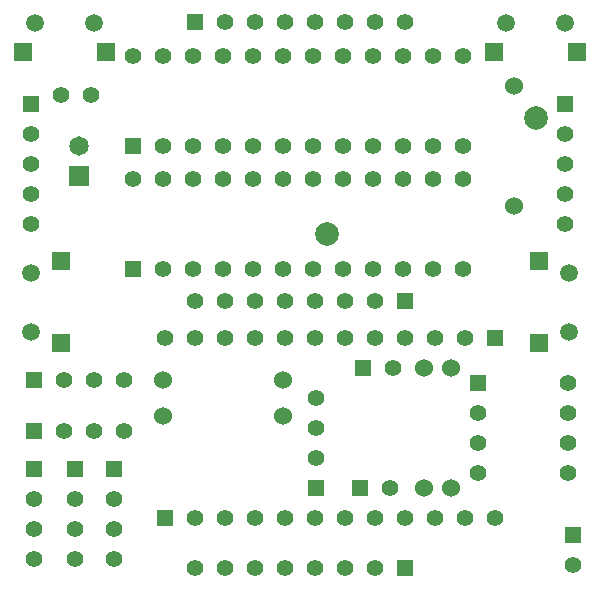
<source format=gbs>
G04 (created by PCBNEW (2013-07-07 BZR 4022)-stable) date 01/06/2014 18:16:58*
%MOIN*%
G04 Gerber Fmt 3.4, Leading zero omitted, Abs format*
%FSLAX34Y34*%
G01*
G70*
G90*
G04 APERTURE LIST*
%ADD10C,0.00590551*%
%ADD11R,0.055X0.055*%
%ADD12C,0.055*%
%ADD13C,0.06*%
%ADD14R,0.065X0.065*%
%ADD15C,0.065*%
%ADD16C,0.0590551*%
%ADD17R,0.0590551X0.0590551*%
%ADD18C,0.0787402*%
G04 APERTURE END LIST*
G54D10*
G54D11*
X78750Y-29450D03*
G54D12*
X79750Y-29450D03*
X80750Y-29450D03*
X81750Y-29450D03*
X82750Y-29450D03*
X83750Y-29450D03*
X84750Y-29450D03*
X85750Y-29450D03*
G54D11*
X85750Y-47650D03*
G54D12*
X84750Y-47650D03*
X83750Y-47650D03*
X82750Y-47650D03*
X81750Y-47650D03*
X80750Y-47650D03*
X79750Y-47650D03*
X78750Y-47650D03*
G54D13*
X89400Y-31600D03*
X89400Y-35600D03*
X81700Y-42600D03*
X77700Y-42600D03*
G54D11*
X76700Y-33600D03*
G54D12*
X77700Y-33600D03*
X78700Y-33600D03*
X79700Y-33600D03*
X80700Y-33600D03*
X81700Y-33600D03*
X82700Y-33600D03*
X83700Y-33600D03*
X84700Y-33600D03*
X85700Y-33600D03*
X86700Y-33600D03*
X87700Y-33600D03*
X87700Y-30600D03*
X86700Y-30600D03*
X85700Y-30600D03*
X84700Y-30600D03*
X83700Y-30600D03*
X82700Y-30600D03*
X81700Y-30600D03*
X80700Y-30600D03*
X79700Y-30600D03*
X78700Y-30600D03*
X77700Y-30600D03*
X76700Y-30600D03*
G54D14*
X74900Y-34600D03*
G54D15*
X74900Y-33600D03*
G54D12*
X74300Y-31900D03*
X75300Y-31900D03*
G54D11*
X85750Y-38750D03*
G54D12*
X84750Y-38750D03*
X83750Y-38750D03*
X82750Y-38750D03*
X81750Y-38750D03*
X80750Y-38750D03*
X79750Y-38750D03*
X78750Y-38750D03*
G54D11*
X77750Y-46000D03*
G54D12*
X78750Y-46000D03*
X79750Y-46000D03*
X80750Y-46000D03*
X81750Y-46000D03*
X82750Y-46000D03*
X83750Y-46000D03*
X84750Y-46000D03*
X85750Y-46000D03*
X86750Y-46000D03*
X87750Y-46000D03*
X88750Y-46000D03*
G54D11*
X88750Y-40000D03*
G54D12*
X87750Y-40000D03*
X86750Y-40000D03*
X85750Y-40000D03*
X84750Y-40000D03*
X83750Y-40000D03*
X82750Y-40000D03*
X81750Y-40000D03*
X80750Y-40000D03*
X79750Y-40000D03*
X78750Y-40000D03*
X77750Y-40000D03*
G54D11*
X76700Y-37700D03*
G54D12*
X77700Y-37700D03*
X78700Y-37700D03*
X79700Y-37700D03*
X80700Y-37700D03*
X81700Y-37700D03*
X82700Y-37700D03*
X83700Y-37700D03*
X84700Y-37700D03*
X85700Y-37700D03*
X86700Y-37700D03*
X87700Y-37700D03*
X87700Y-34700D03*
X86700Y-34700D03*
X85700Y-34700D03*
X84700Y-34700D03*
X83700Y-34700D03*
X82700Y-34700D03*
X81700Y-34700D03*
X80700Y-34700D03*
X79700Y-34700D03*
X78700Y-34700D03*
X77700Y-34700D03*
X76700Y-34700D03*
G54D11*
X73400Y-43100D03*
G54D12*
X74400Y-43100D03*
X75400Y-43100D03*
X76400Y-43100D03*
G54D11*
X84250Y-45000D03*
G54D12*
X85250Y-45000D03*
G54D13*
X81700Y-41400D03*
X77700Y-41400D03*
X87300Y-45000D03*
X87300Y-41000D03*
X86400Y-45000D03*
X86400Y-41000D03*
G54D11*
X88200Y-41500D03*
G54D12*
X88200Y-42500D03*
X88200Y-43500D03*
X88200Y-44500D03*
X91200Y-44500D03*
X91200Y-43500D03*
X91200Y-42500D03*
X91200Y-41500D03*
G54D11*
X73400Y-41400D03*
G54D12*
X74400Y-41400D03*
X75400Y-41400D03*
X76400Y-41400D03*
G54D11*
X82800Y-45000D03*
G54D12*
X82800Y-44000D03*
X82800Y-43000D03*
X82800Y-42000D03*
G54D16*
X91209Y-39784D03*
X91209Y-37815D03*
G54D17*
X90225Y-40177D03*
X90225Y-37422D03*
G54D16*
X73290Y-37815D03*
X73290Y-39784D03*
G54D17*
X74274Y-37422D03*
X74274Y-40177D03*
G54D16*
X91084Y-29490D03*
X89115Y-29490D03*
G54D17*
X91477Y-30474D03*
X88722Y-30474D03*
G54D16*
X75384Y-29490D03*
X73415Y-29490D03*
G54D17*
X75777Y-30474D03*
X73022Y-30474D03*
G54D11*
X73300Y-32200D03*
G54D12*
X73300Y-33200D03*
X73300Y-34200D03*
X73300Y-35200D03*
X73300Y-36200D03*
G54D11*
X91100Y-32200D03*
G54D12*
X91100Y-33200D03*
X91100Y-34200D03*
X91100Y-35200D03*
X91100Y-36200D03*
G54D11*
X73400Y-44350D03*
G54D12*
X73400Y-45350D03*
X73400Y-46350D03*
X73400Y-47350D03*
G54D11*
X74750Y-44350D03*
G54D12*
X74750Y-45350D03*
X74750Y-46350D03*
X74750Y-47350D03*
G54D11*
X76050Y-44350D03*
G54D12*
X76050Y-45350D03*
X76050Y-46350D03*
X76050Y-47350D03*
G54D11*
X84350Y-41000D03*
G54D12*
X85350Y-41000D03*
G54D11*
X91350Y-46550D03*
G54D12*
X91350Y-47550D03*
G54D18*
X83156Y-36526D03*
X90111Y-32670D03*
M02*

</source>
